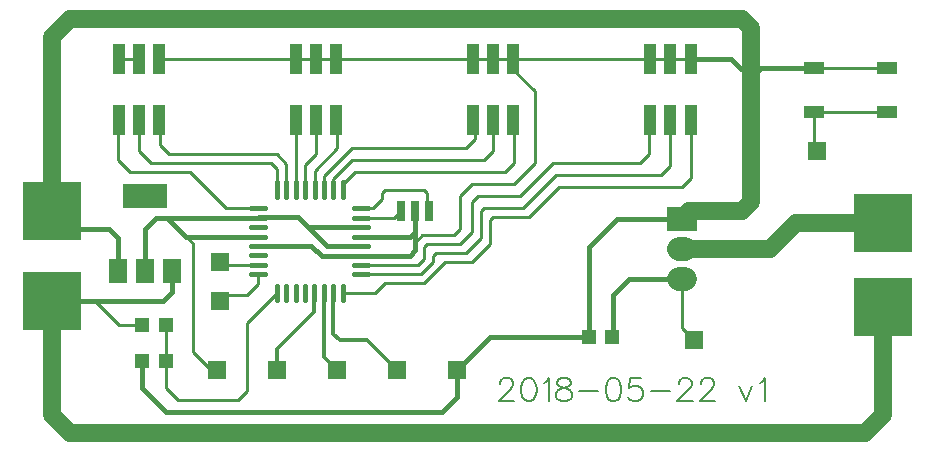
<source format=gtl>
G04 ---------------------------- Layer name :TOP LAYER*
G04 EasyEDA v5.4.12, Mon, 21 May 2018 10:25:39 GMT*
G04 d0ac2e000ddc4f35a868ce4d586767d9*
G04 Gerber Generator version 0.2*
G04 Scale: 100 percent, Rotated: No, Reflected: No *
G04 Dimensions in millimeters *
G04 leading zeros omitted , absolute positions ,3 integer and 3 decimal *
%FSLAX33Y33*%
%MOMM*%
G90*
G71D02*

%ADD10C,0.254000*%
%ADD11C,0.399999*%
%ADD12C,0.299999*%
%ADD13C,1.499997*%
%ADD14C,0.449999*%
%ADD15C,0.203200*%
%ADD16R,3.799992X1.999996*%
%ADD17R,1.499997X1.999996*%
%ADD18R,0.701040X1.699260*%
%ADD19R,1.799996X1.099998*%
%ADD20R,1.099998X2.499995*%
%ADD21R,1.206500X1.206500*%
%ADD22R,2.500000X2.000001*%
%ADD23R,1.574800X1.574800*%
%ADD24R,1.574800X1.575054*%
%ADD25R,4.999990X4.999990*%
%ADD26R,1.575054X1.575054*%
%ADD27C,2.000001*%

%LPD*%
G54D10*
G01X21031Y21854D02*
G01X18277Y21854D01*
G01X15240Y24892D01*
G01X10160Y24892D01*
G01X9144Y25908D01*
G01X9144Y29217D01*
G01X9235Y29309D01*
G01X22606Y23444D02*
G01X22606Y25146D01*
G01X22098Y25654D01*
G01X11938Y25654D01*
G01X10922Y26670D01*
G01X10922Y29293D01*
G01X10937Y29309D01*
G01X23406Y23444D02*
G01X23406Y25615D01*
G01X22606Y26416D01*
G01X13462Y26416D01*
G01X12700Y27178D01*
G01X12700Y29245D01*
G01X12636Y29309D01*
G01X24206Y23444D02*
G01X24206Y29278D01*
G01X24236Y29309D01*
G01X25006Y23444D02*
G01X25006Y25514D01*
G01X25908Y26416D01*
G01X25908Y29281D01*
G01X25935Y29309D01*
G01X25803Y23444D02*
G01X25803Y25041D01*
G01X27686Y26924D01*
G01X27686Y29258D01*
G01X27635Y29309D01*
G01X26603Y23444D02*
G01X26603Y24571D01*
G01X28956Y26924D01*
G01X38608Y26924D01*
G01X39370Y27686D01*
G01X39370Y29174D01*
G01X39235Y29309D01*
G01X27404Y23444D02*
G01X27404Y24356D01*
G01X28956Y25908D01*
G01X40132Y25908D01*
G01X40894Y26670D01*
G01X40894Y29265D01*
G01X40937Y29309D01*
G01X28204Y23444D02*
G01X28204Y23886D01*
G01X29210Y24892D01*
G01X41910Y24892D01*
G01X42672Y25654D01*
G01X42672Y29273D01*
G01X42636Y29309D01*
G01X29768Y21844D02*
G01X30734Y21844D01*
G01X31496Y22606D01*
G01X31496Y23114D01*
G01X31750Y23368D01*
G01X35052Y23368D01*
G01X35306Y23114D01*
G01X35306Y21767D01*
G01X35483Y21590D01*
G01X29768Y21043D02*
G01X32550Y21043D01*
G01X33096Y21590D01*
G54D11*
G01X29768Y20243D02*
G01X25222Y20243D01*
G01X24384Y21082D01*
G01X21059Y21082D01*
G01X21031Y21054D01*
G01X29768Y18646D02*
G01X26819Y18646D01*
G01X25222Y20243D01*
G01X21031Y21054D02*
G01X12418Y21054D01*
G01X11430Y20066D01*
G01X11430Y16560D01*
G01X21031Y19453D02*
G01X14913Y19453D01*
G01X13313Y21054D01*
G01X21031Y18656D02*
G01X25539Y18656D01*
G01X26416Y17780D01*
G01X29702Y17780D01*
G01X29768Y17846D01*
G01X29768Y19443D02*
G01X33921Y19443D01*
G01X34290Y19812D01*
G01X34290Y21590D01*
G01X29768Y17846D02*
G01X33848Y17846D01*
G01X34290Y18288D01*
G01X34290Y19812D01*
G01X3556Y13970D02*
G01X12954Y13970D01*
G01X13716Y14732D01*
G01X13716Y16545D01*
G01X13731Y16560D01*
G01X9131Y16560D02*
G01X9131Y19316D01*
G01X8382Y20066D01*
G01X5080Y20066D01*
G01X3556Y21590D01*
G54D12*
G01X25793Y14681D02*
G01X25793Y13093D01*
G01X24638Y11938D01*
G01X22606Y9906D01*
G01X22606Y8128D01*
G01X26593Y14681D02*
G01X26593Y9220D01*
G01X27686Y8128D01*
G01X27393Y14681D02*
G01X27393Y11214D01*
G01X27940Y10668D01*
G01X30226Y10668D01*
G01X32766Y8128D01*
G54D10*
G01X9235Y34510D02*
G01X10932Y34510D01*
G01X10934Y34508D01*
G01X12636Y34510D02*
G01X24236Y34510D01*
G01X39235Y34510D02*
G01X40932Y34510D01*
G01X40934Y34508D01*
G01X42636Y34510D02*
G01X54236Y34510D01*
G01X74272Y33688D02*
G01X68072Y33688D01*
G01X24236Y34510D02*
G01X25933Y34510D01*
G01X25935Y34508D01*
G01X27635Y34510D02*
G01X25938Y34510D01*
G01X25935Y34508D01*
G01X39235Y34510D02*
G01X27635Y34510D01*
G01X54236Y34510D02*
G01X55933Y34510D01*
G01X55935Y34508D01*
G01X57635Y34510D02*
G01X55938Y34510D01*
G01X55935Y34508D01*
G01X42636Y34510D02*
G01X42636Y33563D01*
G01X44450Y31750D01*
G01X44450Y25654D01*
G01X42672Y23876D01*
G01X39116Y23876D01*
G01X38100Y22860D01*
G01X38100Y20066D01*
G01X37592Y19558D01*
G01X34896Y19558D01*
G01X34290Y18951D01*
G01X42636Y34510D02*
G01X40937Y34510D01*
G01X40934Y34508D01*
G01X29768Y17045D02*
G01X34571Y17045D01*
G01X35052Y17526D01*
G01X35052Y18542D01*
G01X35306Y18796D01*
G01X38100Y18796D01*
G01X39116Y19812D01*
G01X39116Y22352D01*
G01X39624Y22860D01*
G01X43180Y22860D01*
G01X45974Y25654D01*
G01X53340Y25654D01*
G01X54102Y26416D01*
G01X54102Y29174D01*
G01X54236Y29309D01*
G01X29768Y16245D02*
G01X34787Y16245D01*
G01X35560Y17018D01*
G01X35814Y17272D01*
G01X35814Y17780D01*
G01X36068Y18034D01*
G01X38608Y18034D01*
G01X39878Y19304D01*
G01X39878Y21590D01*
G01X40132Y21844D01*
G01X43434Y21844D01*
G01X46228Y24638D01*
G01X55118Y24638D01*
G01X55880Y25400D01*
G01X55880Y29253D01*
G01X55935Y29309D01*
G01X28194Y14681D02*
G01X30937Y14681D01*
G01X31496Y15240D01*
G01X31750Y15494D01*
G01X35052Y15494D01*
G01X36322Y16764D01*
G01X36830Y17272D01*
G01X39116Y17272D01*
G01X40640Y18796D01*
G01X40640Y20828D01*
G01X40894Y21082D01*
G01X43942Y21082D01*
G01X46482Y23622D01*
G01X56896Y23622D01*
G01X57658Y24384D01*
G01X57658Y29286D01*
G01X57635Y29309D01*
G01X13208Y11938D02*
G01X13208Y8890D01*
G01X13208Y8890D02*
G01X13208Y6604D01*
G01X14224Y5588D01*
G01X19304Y5588D01*
G01X20066Y6350D01*
G01X20066Y12151D01*
G01X22595Y14681D01*
G01X11226Y11938D02*
G01X9258Y11938D01*
G01X7226Y13970D01*
G54D13*
G01X3556Y13970D02*
G01X3556Y4318D01*
G01X5080Y2794D01*
G01X72390Y2794D01*
G01X73914Y4318D01*
G01X73914Y13462D01*
G01X3556Y21590D02*
G01X3556Y36322D01*
G01X5080Y37846D01*
G01X61976Y37846D01*
G01X62738Y37084D01*
G01X62738Y22352D01*
G01X61976Y21590D01*
G01X57531Y21590D01*
G01X56896Y20955D01*
G54D11*
G01X68072Y33688D02*
G01X63618Y33688D01*
G01X62738Y32807D01*
G01X57635Y34510D02*
G01X61097Y34510D01*
G01X62738Y32870D01*
G01X56896Y20955D02*
G01X51435Y20955D01*
G01X49022Y18542D01*
G01X49022Y10922D01*
G01X49022Y10922D02*
G01X40640Y10922D01*
G01X37846Y8128D01*
G01X37846Y8128D02*
G01X37846Y5842D01*
G01X36576Y4572D01*
G01X13208Y4572D01*
G01X11176Y6604D01*
G01X11176Y8839D01*
G01X11226Y8890D01*
G01X56896Y15875D02*
G01X52451Y15875D01*
G01X51054Y14478D01*
G01X51054Y10972D01*
G01X51003Y10922D01*
G54D13*
G01X56896Y18415D02*
G01X64389Y18415D01*
G01X66548Y20574D01*
G01X73914Y20574D01*
G54D10*
G01X74272Y29987D02*
G01X68072Y29987D01*
G01X17526Y8128D02*
G01X17018Y8128D01*
G01X15494Y9652D01*
G01X15494Y18873D01*
G01X14913Y19453D01*
G01X21031Y17056D02*
G01X17995Y17056D01*
G01X17780Y17272D01*
G01X68072Y29987D02*
G01X68072Y26924D01*
G01X68326Y26670D01*
G01X56896Y15875D02*
G01X56896Y11684D01*
G01X57912Y10668D01*
G01X21031Y16256D02*
G01X21031Y15443D01*
G01X20066Y14478D01*
G01X18288Y14478D01*
G01X17780Y13970D01*
G54D14*
G01X28194Y14081D02*
G01X28194Y15281D01*
G01X27393Y14081D02*
G01X27393Y15281D01*
G01X26593Y14081D02*
G01X26593Y15281D01*
G01X25793Y14081D02*
G01X25793Y15281D01*
G01X24996Y14081D02*
G01X24996Y15281D01*
G01X24196Y14081D02*
G01X24196Y15281D01*
G01X23395Y14081D02*
G01X23395Y15281D01*
G01X22595Y14081D02*
G01X22595Y15281D01*
G01X21631Y16256D02*
G01X20431Y16256D01*
G01X21631Y17056D02*
G01X20431Y17056D01*
G01X21631Y17856D02*
G01X20431Y17856D01*
G01X21631Y18656D02*
G01X20431Y18656D01*
G01X21631Y19453D02*
G01X20431Y19453D01*
G01X21631Y20253D02*
G01X20431Y20253D01*
G01X21631Y21054D02*
G01X20431Y21054D01*
G01X21631Y21854D02*
G01X20431Y21854D01*
G01X22606Y22844D02*
G01X22606Y24044D01*
G01X23406Y22844D02*
G01X23406Y24044D01*
G01X24206Y22844D02*
G01X24206Y24044D01*
G01X25006Y22844D02*
G01X25006Y24044D01*
G01X25803Y22844D02*
G01X25803Y24044D01*
G01X26603Y22844D02*
G01X26603Y24044D01*
G01X27404Y22844D02*
G01X27404Y24044D01*
G01X28204Y22844D02*
G01X28204Y24044D01*
G01X30368Y21844D02*
G01X29168Y21844D01*
G01X30368Y21043D02*
G01X29168Y21043D01*
G01X30368Y20243D02*
G01X29168Y20243D01*
G01X30368Y19443D02*
G01X29168Y19443D01*
G01X30368Y18646D02*
G01X29168Y18646D01*
G01X30368Y17846D02*
G01X29168Y17846D01*
G01X30368Y17045D02*
G01X29168Y17045D01*
G01X30368Y16245D02*
G01X29168Y16245D01*
G54D15*
G01X41493Y6997D02*
G01X41493Y7089D01*
G01X41587Y7274D01*
G01X41678Y7366D01*
G01X41864Y7457D01*
G01X42232Y7457D01*
G01X42418Y7366D01*
G01X42509Y7274D01*
G01X42603Y7089D01*
G01X42603Y6903D01*
G01X42509Y6718D01*
G01X42326Y6441D01*
G01X41402Y5519D01*
G01X42694Y5519D01*
G01X43858Y7457D02*
G01X43581Y7366D01*
G01X43395Y7089D01*
G01X43304Y6626D01*
G01X43304Y6350D01*
G01X43395Y5887D01*
G01X43581Y5610D01*
G01X43858Y5519D01*
G01X44043Y5519D01*
G01X44320Y5610D01*
G01X44505Y5887D01*
G01X44597Y6350D01*
G01X44597Y6626D01*
G01X44505Y7089D01*
G01X44320Y7366D01*
G01X44043Y7457D01*
G01X43858Y7457D01*
G01X45206Y7089D02*
G01X45392Y7180D01*
G01X45669Y7457D01*
G01X45669Y5519D01*
G01X46741Y7457D02*
G01X46464Y7366D01*
G01X46370Y7180D01*
G01X46370Y6997D01*
G01X46464Y6812D01*
G01X46647Y6718D01*
G01X47017Y6626D01*
G01X47294Y6535D01*
G01X47480Y6350D01*
G01X47571Y6164D01*
G01X47571Y5887D01*
G01X47480Y5702D01*
G01X47386Y5610D01*
G01X47109Y5519D01*
G01X46741Y5519D01*
G01X46464Y5610D01*
G01X46370Y5702D01*
G01X46278Y5887D01*
G01X46278Y6164D01*
G01X46370Y6350D01*
G01X46555Y6535D01*
G01X46832Y6626D01*
G01X47203Y6718D01*
G01X47386Y6812D01*
G01X47480Y6997D01*
G01X47480Y7180D01*
G01X47386Y7366D01*
G01X47109Y7457D01*
G01X46741Y7457D01*
G01X48181Y6350D02*
G01X49844Y6350D01*
G01X51008Y7457D02*
G01X50731Y7366D01*
G01X50546Y7089D01*
G01X50454Y6626D01*
G01X50454Y6350D01*
G01X50546Y5887D01*
G01X50731Y5610D01*
G01X51008Y5519D01*
G01X51193Y5519D01*
G01X51470Y5610D01*
G01X51653Y5887D01*
G01X51747Y6350D01*
G01X51747Y6626D01*
G01X51653Y7089D01*
G01X51470Y7366D01*
G01X51193Y7457D01*
G01X51008Y7457D01*
G01X53464Y7457D02*
G01X52539Y7457D01*
G01X52448Y6626D01*
G01X52539Y6718D01*
G01X52819Y6812D01*
G01X53096Y6812D01*
G01X53373Y6718D01*
G01X53555Y6535D01*
G01X53649Y6258D01*
G01X53649Y6073D01*
G01X53555Y5796D01*
G01X53373Y5610D01*
G01X53096Y5519D01*
G01X52819Y5519D01*
G01X52539Y5610D01*
G01X52448Y5702D01*
G01X52357Y5887D01*
G01X54259Y6350D02*
G01X55920Y6350D01*
G01X56624Y6997D02*
G01X56624Y7089D01*
G01X56715Y7274D01*
G01X56807Y7366D01*
G01X56992Y7457D01*
G01X57363Y7457D01*
G01X57546Y7366D01*
G01X57640Y7274D01*
G01X57731Y7089D01*
G01X57731Y6903D01*
G01X57640Y6718D01*
G01X57454Y6441D01*
G01X56530Y5519D01*
G01X57823Y5519D01*
G01X58526Y6997D02*
G01X58526Y7089D01*
G01X58618Y7274D01*
G01X58712Y7366D01*
G01X58894Y7457D01*
G01X59265Y7457D01*
G01X59448Y7366D01*
G01X59542Y7274D01*
G01X59634Y7089D01*
G01X59634Y6903D01*
G01X59542Y6718D01*
G01X59357Y6441D01*
G01X58432Y5519D01*
G01X59728Y5519D01*
G01X61760Y6812D02*
G01X62313Y5519D01*
G01X62867Y6812D02*
G01X62313Y5519D01*
G01X63477Y7089D02*
G01X63662Y7180D01*
G01X63939Y7457D01*
G01X63939Y5519D01*
G54D16*
G01X11430Y22860D03*
G54D17*
G01X11430Y16560D03*
G01X13731Y16560D03*
G01X9131Y16560D03*
G54D18*
G01X33096Y21590D03*
G01X34290Y21590D03*
G01X35483Y21590D03*
G54D19*
G01X68072Y33688D03*
G01X68072Y29987D03*
G01X74272Y33688D03*
G01X74272Y29987D03*
G54D20*
G01X57635Y34510D03*
G01X55935Y34508D03*
G01X54236Y34510D03*
G01X57635Y29309D03*
G01X55935Y29309D03*
G01X54236Y29309D03*
G01X42636Y34510D03*
G01X40934Y34508D03*
G01X39235Y34510D03*
G01X42636Y29309D03*
G01X40937Y29309D03*
G01X39235Y29309D03*
G01X27635Y34510D03*
G01X25935Y34508D03*
G01X24236Y34510D03*
G01X27635Y29309D03*
G01X25935Y29309D03*
G01X24236Y29309D03*
G01X12636Y34510D03*
G01X10934Y34508D03*
G01X9235Y34510D03*
G01X12636Y29309D03*
G01X10937Y29309D03*
G01X9235Y29309D03*
G54D21*
G01X49022Y10922D03*
G01X51003Y10922D03*
G01X13208Y8890D03*
G01X11226Y8890D03*
G01X13208Y11938D03*
G01X11226Y11938D03*
G54D22*
G01X56896Y20955D03*
G54D23*
G01X27686Y8128D03*
G01X32766Y8128D03*
G01X22606Y8128D03*
G54D24*
G01X37846Y8128D03*
G54D23*
G01X17526Y8128D03*
G54D25*
G01X3556Y13970D03*
G01X3556Y21590D03*
G01X73914Y20574D03*
G01X73914Y13462D03*
G54D26*
G01X68326Y26670D03*
G01X17780Y17272D03*
G01X17780Y13970D03*
G01X57912Y10668D03*
G54D27*
G01X57145Y15875D02*
G01X56646Y15875D01*
G01X57145Y18415D02*
G01X56646Y18415D01*
M00*
M02*

</source>
